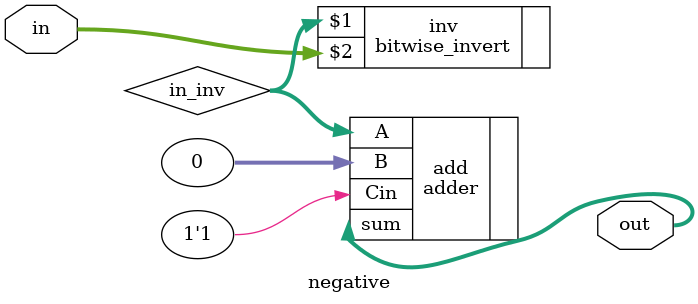
<source format=v>
module negative(
    output[31:0] out,
    input[31:0] in
);
    wire[31:0] in_inv;
    bitwise_invert inv(in_inv, in);
    adder add(.sum(out), .A(in_inv), .B(32'b0), .Cin(1'b1));
endmodule
</source>
